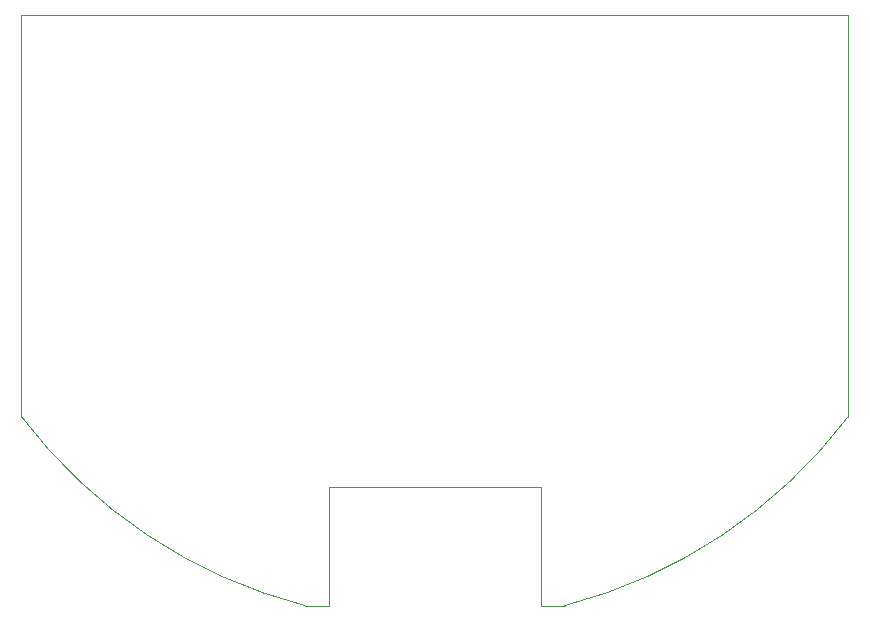
<source format=gbr>
G04 (created by PCBNEW (2013-07-07 BZR 4022)-stable) date 2/19/2015 5:20:46 AM*
%MOIN*%
G04 Gerber Fmt 3.4, Leading zero omitted, Abs format*
%FSLAX34Y34*%
G01*
G70*
G90*
G04 APERTURE LIST*
%ADD10C,0.00590551*%
%ADD11C,0.00393701*%
G04 APERTURE END LIST*
G54D10*
G54D11*
X102367Y-58653D02*
G75*
G02X92910Y-64961I-13785J10425D01*
G74*
G01*
X92913Y-64960D02*
X92125Y-64960D01*
X84251Y-64960D02*
X85039Y-64960D01*
X85039Y-61023D02*
X92125Y-61023D01*
X74797Y-58653D02*
G75*
G03X84255Y-64961I13785J10425D01*
G74*
G01*
X92125Y-61023D02*
X92125Y-64960D01*
X85039Y-61023D02*
X85039Y-64960D01*
X74803Y-58661D02*
X74803Y-45275D01*
X102362Y-45275D02*
X102362Y-58661D01*
X74803Y-45275D02*
X102362Y-45275D01*
M02*

</source>
